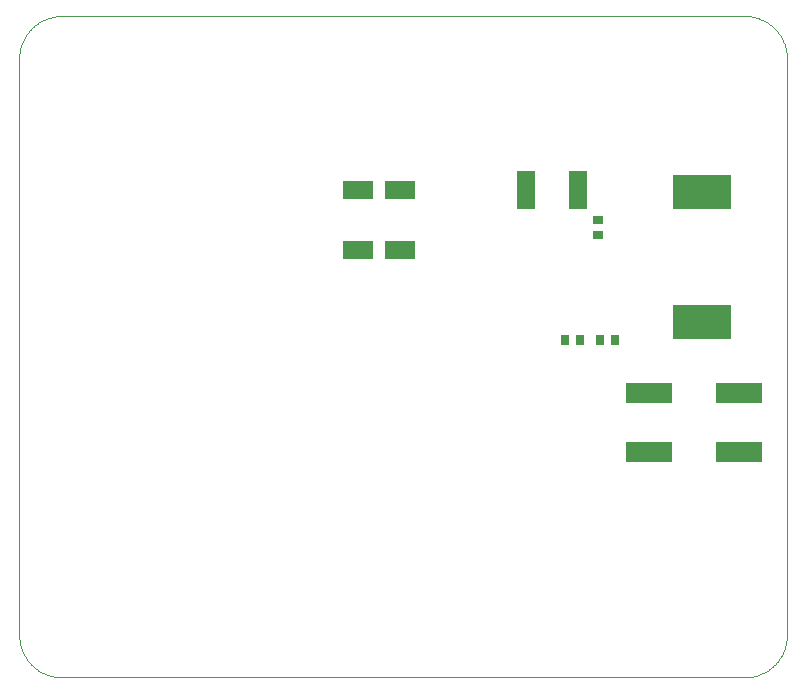
<source format=gtp>
G75*
%MOIN*%
%OFA0B0*%
%FSLAX25Y25*%
%IPPOS*%
%LPD*%
%AMOC8*
5,1,8,0,0,1.08239X$1,22.5*
%
%ADD10C,0.00000*%
%ADD11R,0.06102X0.12992*%
%ADD12R,0.10236X0.06299*%
%ADD13R,0.15748X0.07087*%
%ADD14R,0.19685X0.11811*%
%ADD15R,0.03543X0.02756*%
%ADD16R,0.02756X0.03543*%
D10*
X0015673Y0004109D02*
X0243232Y0004109D01*
X0243574Y0004113D01*
X0243917Y0004126D01*
X0244259Y0004146D01*
X0244600Y0004175D01*
X0244940Y0004212D01*
X0245280Y0004258D01*
X0245618Y0004311D01*
X0245955Y0004373D01*
X0246290Y0004443D01*
X0246624Y0004521D01*
X0246955Y0004607D01*
X0247285Y0004701D01*
X0247612Y0004803D01*
X0247936Y0004912D01*
X0248258Y0005030D01*
X0248577Y0005155D01*
X0248892Y0005288D01*
X0249205Y0005429D01*
X0249513Y0005577D01*
X0249819Y0005732D01*
X0250120Y0005895D01*
X0250417Y0006065D01*
X0250710Y0006242D01*
X0250999Y0006427D01*
X0251283Y0006618D01*
X0251563Y0006816D01*
X0251837Y0007020D01*
X0252107Y0007232D01*
X0252371Y0007449D01*
X0252630Y0007673D01*
X0252884Y0007904D01*
X0253132Y0008140D01*
X0253374Y0008382D01*
X0253610Y0008630D01*
X0253841Y0008884D01*
X0254065Y0009143D01*
X0254282Y0009407D01*
X0254494Y0009677D01*
X0254698Y0009951D01*
X0254896Y0010231D01*
X0255087Y0010515D01*
X0255272Y0010804D01*
X0255449Y0011097D01*
X0255619Y0011394D01*
X0255782Y0011695D01*
X0255937Y0012001D01*
X0256085Y0012309D01*
X0256226Y0012622D01*
X0256359Y0012937D01*
X0256484Y0013256D01*
X0256602Y0013578D01*
X0256711Y0013902D01*
X0256813Y0014229D01*
X0256907Y0014559D01*
X0256993Y0014890D01*
X0257071Y0015224D01*
X0257141Y0015559D01*
X0257203Y0015896D01*
X0257256Y0016234D01*
X0257302Y0016574D01*
X0257339Y0016914D01*
X0257368Y0017255D01*
X0257388Y0017597D01*
X0257401Y0017940D01*
X0257405Y0018282D01*
X0257406Y0018282D02*
X0257406Y0210408D01*
X0257405Y0210408D02*
X0257401Y0210750D01*
X0257388Y0211093D01*
X0257368Y0211435D01*
X0257339Y0211776D01*
X0257302Y0212116D01*
X0257256Y0212456D01*
X0257203Y0212794D01*
X0257141Y0213131D01*
X0257071Y0213466D01*
X0256993Y0213800D01*
X0256907Y0214131D01*
X0256813Y0214461D01*
X0256711Y0214788D01*
X0256602Y0215112D01*
X0256484Y0215434D01*
X0256359Y0215753D01*
X0256226Y0216068D01*
X0256085Y0216381D01*
X0255937Y0216689D01*
X0255782Y0216995D01*
X0255619Y0217296D01*
X0255449Y0217593D01*
X0255272Y0217886D01*
X0255087Y0218175D01*
X0254896Y0218459D01*
X0254698Y0218739D01*
X0254494Y0219013D01*
X0254282Y0219283D01*
X0254065Y0219547D01*
X0253841Y0219806D01*
X0253610Y0220060D01*
X0253374Y0220308D01*
X0253132Y0220550D01*
X0252884Y0220786D01*
X0252630Y0221017D01*
X0252371Y0221241D01*
X0252107Y0221458D01*
X0251837Y0221670D01*
X0251563Y0221874D01*
X0251283Y0222072D01*
X0250999Y0222263D01*
X0250710Y0222448D01*
X0250417Y0222625D01*
X0250120Y0222795D01*
X0249819Y0222958D01*
X0249513Y0223113D01*
X0249205Y0223261D01*
X0248892Y0223402D01*
X0248577Y0223535D01*
X0248258Y0223660D01*
X0247936Y0223778D01*
X0247612Y0223887D01*
X0247285Y0223989D01*
X0246955Y0224083D01*
X0246624Y0224169D01*
X0246290Y0224247D01*
X0245955Y0224317D01*
X0245618Y0224379D01*
X0245280Y0224432D01*
X0244940Y0224478D01*
X0244600Y0224515D01*
X0244259Y0224544D01*
X0243917Y0224564D01*
X0243574Y0224577D01*
X0243232Y0224581D01*
X0015673Y0224581D01*
X0015331Y0224577D01*
X0014988Y0224564D01*
X0014646Y0224544D01*
X0014305Y0224515D01*
X0013965Y0224478D01*
X0013625Y0224432D01*
X0013287Y0224379D01*
X0012950Y0224317D01*
X0012615Y0224247D01*
X0012281Y0224169D01*
X0011950Y0224083D01*
X0011620Y0223989D01*
X0011293Y0223887D01*
X0010969Y0223778D01*
X0010647Y0223660D01*
X0010328Y0223535D01*
X0010013Y0223402D01*
X0009700Y0223261D01*
X0009392Y0223113D01*
X0009086Y0222958D01*
X0008785Y0222795D01*
X0008488Y0222625D01*
X0008195Y0222448D01*
X0007906Y0222263D01*
X0007622Y0222072D01*
X0007342Y0221874D01*
X0007068Y0221670D01*
X0006798Y0221458D01*
X0006534Y0221241D01*
X0006275Y0221017D01*
X0006021Y0220786D01*
X0005773Y0220550D01*
X0005531Y0220308D01*
X0005295Y0220060D01*
X0005064Y0219806D01*
X0004840Y0219547D01*
X0004623Y0219283D01*
X0004411Y0219013D01*
X0004207Y0218739D01*
X0004009Y0218459D01*
X0003818Y0218175D01*
X0003633Y0217886D01*
X0003456Y0217593D01*
X0003286Y0217296D01*
X0003123Y0216995D01*
X0002968Y0216689D01*
X0002820Y0216381D01*
X0002679Y0216068D01*
X0002546Y0215753D01*
X0002421Y0215434D01*
X0002303Y0215112D01*
X0002194Y0214788D01*
X0002092Y0214461D01*
X0001998Y0214131D01*
X0001912Y0213800D01*
X0001834Y0213466D01*
X0001764Y0213131D01*
X0001702Y0212794D01*
X0001649Y0212456D01*
X0001603Y0212116D01*
X0001566Y0211776D01*
X0001537Y0211435D01*
X0001517Y0211093D01*
X0001504Y0210750D01*
X0001500Y0210408D01*
X0001500Y0018282D01*
X0001504Y0017940D01*
X0001517Y0017597D01*
X0001537Y0017255D01*
X0001566Y0016914D01*
X0001603Y0016574D01*
X0001649Y0016234D01*
X0001702Y0015896D01*
X0001764Y0015559D01*
X0001834Y0015224D01*
X0001912Y0014890D01*
X0001998Y0014559D01*
X0002092Y0014229D01*
X0002194Y0013902D01*
X0002303Y0013578D01*
X0002421Y0013256D01*
X0002546Y0012937D01*
X0002679Y0012622D01*
X0002820Y0012309D01*
X0002968Y0012001D01*
X0003123Y0011695D01*
X0003286Y0011394D01*
X0003456Y0011097D01*
X0003633Y0010804D01*
X0003818Y0010515D01*
X0004009Y0010231D01*
X0004207Y0009951D01*
X0004411Y0009677D01*
X0004623Y0009407D01*
X0004840Y0009143D01*
X0005064Y0008884D01*
X0005295Y0008630D01*
X0005531Y0008382D01*
X0005773Y0008140D01*
X0006021Y0007904D01*
X0006275Y0007673D01*
X0006534Y0007449D01*
X0006798Y0007232D01*
X0007068Y0007020D01*
X0007342Y0006816D01*
X0007622Y0006618D01*
X0007906Y0006427D01*
X0008195Y0006242D01*
X0008488Y0006065D01*
X0008785Y0005895D01*
X0009086Y0005732D01*
X0009392Y0005577D01*
X0009700Y0005429D01*
X0010013Y0005288D01*
X0010328Y0005155D01*
X0010647Y0005030D01*
X0010969Y0004912D01*
X0011293Y0004803D01*
X0011620Y0004701D01*
X0011950Y0004607D01*
X0012281Y0004521D01*
X0012615Y0004443D01*
X0012950Y0004373D01*
X0013287Y0004311D01*
X0013625Y0004258D01*
X0013965Y0004212D01*
X0014305Y0004175D01*
X0014646Y0004146D01*
X0014988Y0004126D01*
X0015331Y0004113D01*
X0015673Y0004109D01*
D11*
X0170398Y0166609D03*
X0187602Y0166609D03*
D12*
X0128587Y0166609D03*
X0114413Y0166609D03*
X0114413Y0146609D03*
X0128587Y0146609D03*
D13*
X0211500Y0098951D03*
X0211500Y0079266D03*
X0241500Y0079266D03*
X0241500Y0098951D03*
D14*
X0229000Y0122455D03*
X0229000Y0165762D03*
D15*
X0194531Y0156668D03*
X0194531Y0151550D03*
D16*
X0195122Y0116609D03*
X0200240Y0116609D03*
X0188528Y0116609D03*
X0183409Y0116609D03*
M02*

</source>
